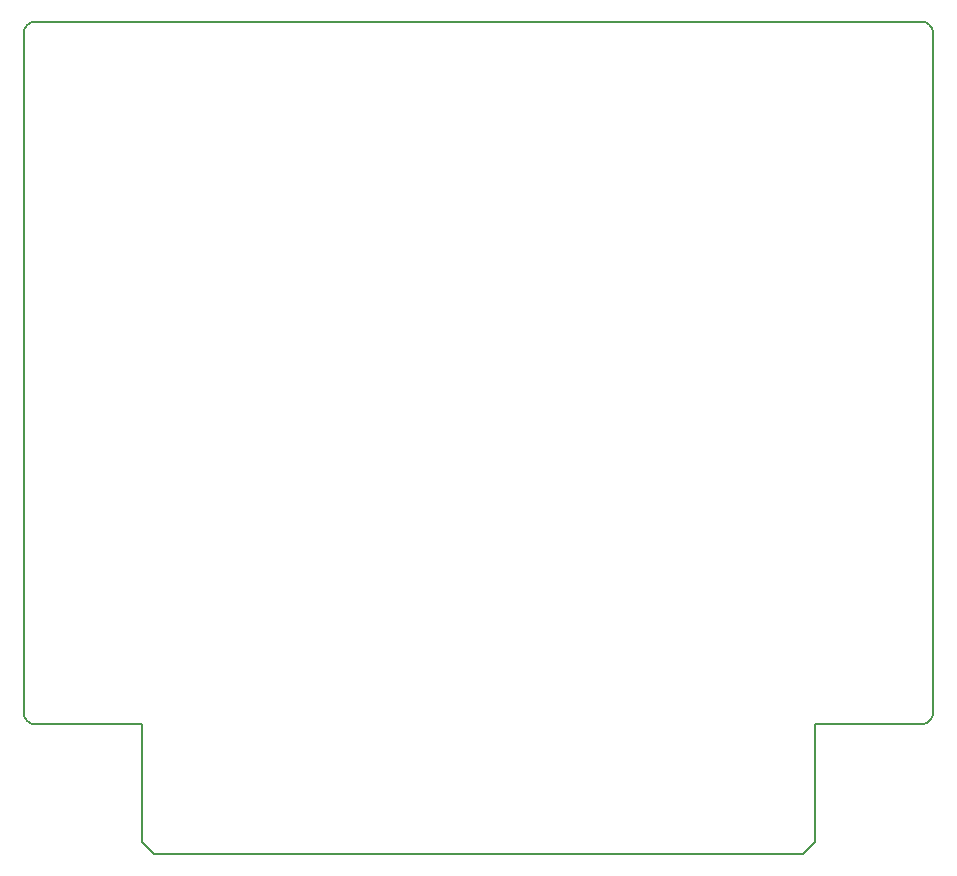
<source format=gm1>
G04 #@! TF.FileFunction,Profile,NP*
%FSLAX46Y46*%
G04 Gerber Fmt 4.6, Leading zero omitted, Abs format (unit mm)*
G04 Created by KiCad (PCBNEW 4.0.6) date Friday, April 21, 2017 'PMt' 03:46:42 PM*
%MOMM*%
%LPD*%
G01*
G04 APERTURE LIST*
%ADD10C,0.100000*%
%ADD11C,0.150000*%
G04 APERTURE END LIST*
D10*
D11*
X36500000Y-93500000D02*
G75*
G03X37500000Y-94500000I1000000J0D01*
G01*
X112500000Y-94500000D02*
G75*
G03X113500000Y-93500000I0J1000000D01*
G01*
X113500000Y-36000000D02*
G75*
G03X112500000Y-35000000I-1000000J0D01*
G01*
X37500000Y-35000000D02*
G75*
G03X36500000Y-36000000I0J-1000000D01*
G01*
X113500000Y-93500000D02*
X113500000Y-36000000D01*
X103500000Y-94500000D02*
X112500000Y-94500000D01*
X37500000Y-35000000D02*
X112500000Y-35000000D01*
X36500000Y-93500000D02*
X36500000Y-36000000D01*
X46500000Y-94500000D02*
X37500000Y-94500000D01*
X46500000Y-94500000D02*
X46500000Y-104500000D01*
X46500000Y-104500000D02*
X47500000Y-105500000D01*
X47500000Y-105500000D02*
X102500000Y-105500000D01*
X102500000Y-105500000D02*
X103500000Y-104500000D01*
X103500000Y-104500000D02*
X103500000Y-94500000D01*
M02*

</source>
